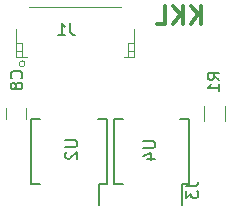
<source format=gbo>
G04 #@! TF.FileFunction,Legend,Bot*
%FSLAX46Y46*%
G04 Gerber Fmt 4.6, Leading zero omitted, Abs format (unit mm)*
G04 Created by KiCad (PCBNEW 4.0.7) date 03/27/20 13:09:03*
%MOMM*%
%LPD*%
G01*
G04 APERTURE LIST*
%ADD10C,0.100000*%
%ADD11C,0.300000*%
%ADD12C,0.120000*%
%ADD13C,0.150000*%
G04 APERTURE END LIST*
D10*
D11*
X135425000Y-105928571D02*
X135425000Y-104428571D01*
X134567857Y-105928571D02*
X135210714Y-105071429D01*
X134567857Y-104428571D02*
X135425000Y-105285714D01*
X133925000Y-105928571D02*
X133925000Y-104428571D01*
X133067857Y-105928571D02*
X133710714Y-105071429D01*
X133067857Y-104428571D02*
X133925000Y-105285714D01*
X131710714Y-105928571D02*
X132425000Y-105928571D01*
X132425000Y-104428571D01*
D12*
X120650000Y-113000000D02*
X120650000Y-114000000D01*
X118950000Y-114000000D02*
X118950000Y-113000000D01*
X120550000Y-109287500D02*
G75*
G03X120550000Y-109287500I-250000J0D01*
G01*
X120900000Y-104462500D02*
X128700000Y-104462500D01*
X119800000Y-106362500D02*
X119800000Y-108712500D01*
X119800000Y-108712500D02*
X120700000Y-108712500D01*
X120300000Y-108712500D02*
X120300000Y-107512500D01*
X120300000Y-107512500D02*
X120300000Y-107512500D01*
X120300000Y-107512500D02*
X120300000Y-108712500D01*
X120300000Y-108712500D02*
X120300000Y-108712500D01*
X120300000Y-108212500D02*
X120300000Y-108212500D01*
X120300000Y-108212500D02*
X119800000Y-108212500D01*
X119800000Y-108212500D02*
X119800000Y-108212500D01*
X119800000Y-108212500D02*
X120300000Y-108212500D01*
X120300000Y-107512500D02*
X120300000Y-107512500D01*
X120300000Y-107512500D02*
X119800000Y-107512500D01*
X119800000Y-107512500D02*
X119800000Y-107512500D01*
X119800000Y-107512500D02*
X120300000Y-107512500D01*
X129800000Y-106362500D02*
X129800000Y-108712500D01*
X129800000Y-108712500D02*
X128900000Y-108712500D01*
X129300000Y-108712500D02*
X129300000Y-107512500D01*
X129300000Y-107512500D02*
X129300000Y-107512500D01*
X129300000Y-107512500D02*
X129300000Y-108712500D01*
X129300000Y-108712500D02*
X129300000Y-108712500D01*
X129300000Y-108212500D02*
X129300000Y-108212500D01*
X129300000Y-108212500D02*
X129800000Y-108212500D01*
X129800000Y-108212500D02*
X129800000Y-108212500D01*
X129800000Y-108212500D02*
X129300000Y-108212500D01*
X129300000Y-107512500D02*
X129300000Y-107512500D01*
X129300000Y-107512500D02*
X129800000Y-107512500D01*
X129800000Y-107512500D02*
X129800000Y-107512500D01*
X129800000Y-107512500D02*
X129300000Y-107512500D01*
X137480000Y-114100000D02*
X137480000Y-112900000D01*
X135720000Y-112900000D02*
X135720000Y-114100000D01*
D13*
X127455000Y-119500000D02*
X126800000Y-119500000D01*
X127455000Y-114000000D02*
X126705000Y-114000000D01*
X121045000Y-114000000D02*
X121795000Y-114000000D01*
X121045000Y-119500000D02*
X121795000Y-119500000D01*
X127455000Y-119500000D02*
X127455000Y-114000000D01*
X121045000Y-119500000D02*
X121045000Y-114000000D01*
X126800000Y-119500000D02*
X126800000Y-121250000D01*
X134455000Y-119500000D02*
X133800000Y-119500000D01*
X134455000Y-114000000D02*
X133705000Y-114000000D01*
X128045000Y-114000000D02*
X128795000Y-114000000D01*
X128045000Y-119500000D02*
X128795000Y-119500000D01*
X134455000Y-119500000D02*
X134455000Y-114000000D01*
X128045000Y-119500000D02*
X128045000Y-114000000D01*
X133800000Y-119500000D02*
X133800000Y-121250000D01*
X120232143Y-110508334D02*
X120279762Y-110460715D01*
X120327381Y-110317858D01*
X120327381Y-110222620D01*
X120279762Y-110079762D01*
X120184524Y-109984524D01*
X120089286Y-109936905D01*
X119898810Y-109889286D01*
X119755952Y-109889286D01*
X119565476Y-109936905D01*
X119470238Y-109984524D01*
X119375000Y-110079762D01*
X119327381Y-110222620D01*
X119327381Y-110317858D01*
X119375000Y-110460715D01*
X119422619Y-110508334D01*
X119755952Y-111079762D02*
X119708333Y-110984524D01*
X119660714Y-110936905D01*
X119565476Y-110889286D01*
X119517857Y-110889286D01*
X119422619Y-110936905D01*
X119375000Y-110984524D01*
X119327381Y-111079762D01*
X119327381Y-111270239D01*
X119375000Y-111365477D01*
X119422619Y-111413096D01*
X119517857Y-111460715D01*
X119565476Y-111460715D01*
X119660714Y-111413096D01*
X119708333Y-111365477D01*
X119755952Y-111270239D01*
X119755952Y-111079762D01*
X119803571Y-110984524D01*
X119851190Y-110936905D01*
X119946429Y-110889286D01*
X120136905Y-110889286D01*
X120232143Y-110936905D01*
X120279762Y-110984524D01*
X120327381Y-111079762D01*
X120327381Y-111270239D01*
X120279762Y-111365477D01*
X120232143Y-111413096D01*
X120136905Y-111460715D01*
X119946429Y-111460715D01*
X119851190Y-111413096D01*
X119803571Y-111365477D01*
X119755952Y-111270239D01*
X124358333Y-105852381D02*
X124358333Y-106566667D01*
X124405953Y-106709524D01*
X124501191Y-106804762D01*
X124644048Y-106852381D01*
X124739286Y-106852381D01*
X123358333Y-106852381D02*
X123929762Y-106852381D01*
X123644048Y-106852381D02*
X123644048Y-105852381D01*
X123739286Y-105995238D01*
X123834524Y-106090476D01*
X123929762Y-106138095D01*
X134202381Y-119641667D02*
X134916667Y-119641667D01*
X135059524Y-119594047D01*
X135154762Y-119498809D01*
X135202381Y-119355952D01*
X135202381Y-119260714D01*
X134202381Y-120022619D02*
X134202381Y-120641667D01*
X134583333Y-120308333D01*
X134583333Y-120451191D01*
X134630952Y-120546429D01*
X134678571Y-120594048D01*
X134773810Y-120641667D01*
X135011905Y-120641667D01*
X135107143Y-120594048D01*
X135154762Y-120546429D01*
X135202381Y-120451191D01*
X135202381Y-120165476D01*
X135154762Y-120070238D01*
X135107143Y-120022619D01*
X137002381Y-110658334D02*
X136526190Y-110325000D01*
X137002381Y-110086905D02*
X136002381Y-110086905D01*
X136002381Y-110467858D01*
X136050000Y-110563096D01*
X136097619Y-110610715D01*
X136192857Y-110658334D01*
X136335714Y-110658334D01*
X136430952Y-110610715D01*
X136478571Y-110563096D01*
X136526190Y-110467858D01*
X136526190Y-110086905D01*
X137002381Y-111610715D02*
X137002381Y-111039286D01*
X137002381Y-111325000D02*
X136002381Y-111325000D01*
X136145238Y-111229762D01*
X136240476Y-111134524D01*
X136288095Y-111039286D01*
X123952381Y-115763095D02*
X124761905Y-115763095D01*
X124857143Y-115810714D01*
X124904762Y-115858333D01*
X124952381Y-115953571D01*
X124952381Y-116144048D01*
X124904762Y-116239286D01*
X124857143Y-116286905D01*
X124761905Y-116334524D01*
X123952381Y-116334524D01*
X124047619Y-116763095D02*
X124000000Y-116810714D01*
X123952381Y-116905952D01*
X123952381Y-117144048D01*
X124000000Y-117239286D01*
X124047619Y-117286905D01*
X124142857Y-117334524D01*
X124238095Y-117334524D01*
X124380952Y-117286905D01*
X124952381Y-116715476D01*
X124952381Y-117334524D01*
X130552381Y-115838095D02*
X131361905Y-115838095D01*
X131457143Y-115885714D01*
X131504762Y-115933333D01*
X131552381Y-116028571D01*
X131552381Y-116219048D01*
X131504762Y-116314286D01*
X131457143Y-116361905D01*
X131361905Y-116409524D01*
X130552381Y-116409524D01*
X130885714Y-117314286D02*
X131552381Y-117314286D01*
X130504762Y-117076190D02*
X131219048Y-116838095D01*
X131219048Y-117457143D01*
M02*

</source>
